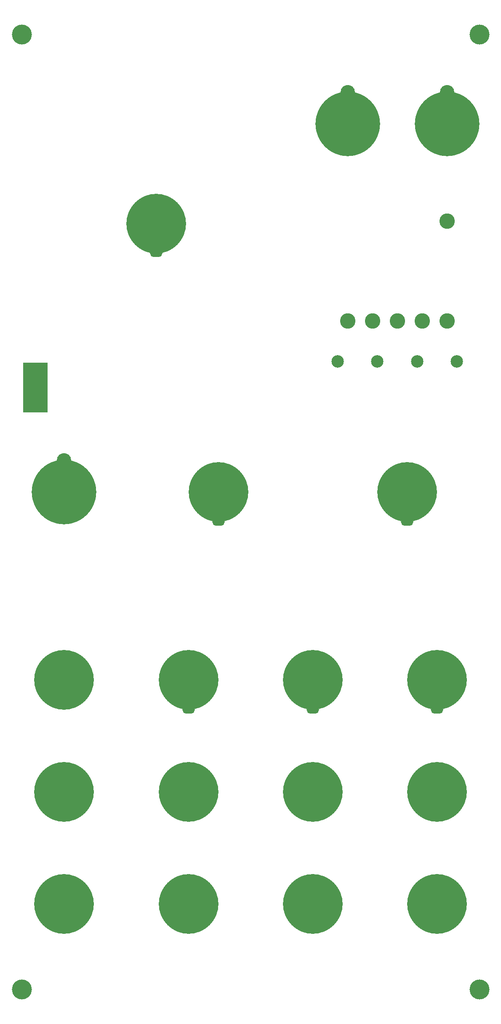
<source format=gbs>
G04 #@! TF.GenerationSoftware,KiCad,Pcbnew,8.0.3*
G04 #@! TF.CreationDate,2024-09-16T17:50:21+02:00*
G04 #@! TF.ProjectId,DMH_VCO_40106_PANEL,444d485f-5643-44f5-9f34-303130365f50,1*
G04 #@! TF.SameCoordinates,Original*
G04 #@! TF.FileFunction,Soldermask,Bot*
G04 #@! TF.FilePolarity,Negative*
%FSLAX46Y46*%
G04 Gerber Fmt 4.6, Leading zero omitted, Abs format (unit mm)*
G04 Created by KiCad (PCBNEW 8.0.3) date 2024-09-16 17:50:21*
%MOMM*%
%LPD*%
G01*
G04 APERTURE LIST*
%ADD10C,12.000000*%
%ADD11O,2.500000X1.500000*%
%ADD12C,0.500000*%
%ADD13C,4.000000*%
%ADD14C,3.100000*%
%ADD15C,2.500000*%
%ADD16C,2.900000*%
%ADD17C,13.000000*%
%ADD18R,5.000000X10.000000*%
G04 APERTURE END LIST*
D10*
X87500000Y-183750000D03*
D11*
X87500000Y-189750000D03*
D10*
X81000000Y-92000000D03*
D11*
X81000000Y-98000000D03*
D12*
X106800000Y-228750000D03*
X108460000Y-224720000D03*
X108470000Y-232790000D03*
X112500000Y-223050000D03*
D10*
X112500000Y-228750000D03*
D12*
X112500000Y-234450000D03*
X116530000Y-232790000D03*
X116540000Y-224720000D03*
X118200000Y-228750000D03*
D13*
X54000000Y-246000000D03*
X146000000Y-54000000D03*
D14*
X124500000Y-111620000D03*
D15*
X141500000Y-119750000D03*
X117500000Y-119750000D03*
X133500000Y-119750000D03*
D12*
X56800000Y-228750000D03*
X58460000Y-224720000D03*
X58470000Y-232790000D03*
X62500000Y-223050000D03*
D10*
X62500000Y-228750000D03*
D12*
X62500000Y-234450000D03*
X66530000Y-232790000D03*
X66540000Y-224720000D03*
X68200000Y-228750000D03*
X131800000Y-206250000D03*
X133460000Y-202220000D03*
X133470000Y-210290000D03*
X137500000Y-200550000D03*
D10*
X137500000Y-206250000D03*
D12*
X137500000Y-211950000D03*
X141530000Y-210290000D03*
X141540000Y-202220000D03*
X143200000Y-206250000D03*
D14*
X139500000Y-91500000D03*
X139500000Y-111620000D03*
D10*
X131500000Y-146000000D03*
D11*
X131500000Y-152000000D03*
D13*
X54000000Y-54000000D03*
D14*
X134500000Y-111620000D03*
X129500000Y-111620000D03*
D10*
X137500000Y-183750000D03*
D11*
X137500000Y-189750000D03*
D16*
X139500000Y-65600000D03*
D17*
X139500000Y-72000000D03*
D13*
X146000000Y-246000000D03*
D16*
X62500000Y-139600000D03*
D17*
X62500000Y-146000000D03*
D12*
X81800000Y-206250000D03*
X83460000Y-202220000D03*
X83470000Y-210290000D03*
X87500000Y-200550000D03*
D10*
X87500000Y-206250000D03*
D12*
X87500000Y-211950000D03*
X91530000Y-210290000D03*
X91540000Y-202220000D03*
X93200000Y-206250000D03*
D15*
X125500000Y-119750000D03*
D10*
X93500000Y-146000000D03*
D11*
X93500000Y-152000000D03*
D14*
X119500000Y-111620000D03*
D12*
X56800000Y-206250000D03*
X58460000Y-202220000D03*
X58470000Y-210290000D03*
X62500000Y-200550000D03*
D10*
X62500000Y-206250000D03*
D12*
X62500000Y-211950000D03*
X66530000Y-210290000D03*
X66540000Y-202220000D03*
X68200000Y-206250000D03*
X106800000Y-206250000D03*
X108460000Y-202220000D03*
X108470000Y-210290000D03*
X112500000Y-200550000D03*
D10*
X112500000Y-206250000D03*
D12*
X112500000Y-211950000D03*
X116530000Y-210290000D03*
X116540000Y-202220000D03*
X118200000Y-206250000D03*
X131800000Y-228750000D03*
X133460000Y-224720000D03*
X133470000Y-232790000D03*
X137500000Y-223050000D03*
D10*
X137500000Y-228750000D03*
D12*
X137500000Y-234450000D03*
X141530000Y-232790000D03*
X141540000Y-224720000D03*
X143200000Y-228750000D03*
X81800000Y-228750000D03*
X83460000Y-224720000D03*
X83470000Y-232790000D03*
X87500000Y-223050000D03*
D10*
X87500000Y-228750000D03*
D12*
X87500000Y-234450000D03*
X91530000Y-232790000D03*
X91540000Y-224720000D03*
X93200000Y-228750000D03*
D16*
X119500000Y-65600000D03*
D17*
X119500000Y-72000000D03*
D10*
X112500000Y-183750000D03*
D11*
X112500000Y-189750000D03*
D12*
X56800000Y-183750000D03*
X58460000Y-179720000D03*
X58470000Y-187790000D03*
X62500000Y-178050000D03*
D10*
X62500000Y-183750000D03*
D12*
X62500000Y-189450000D03*
X66530000Y-187790000D03*
X66540000Y-179720000D03*
X68200000Y-183750000D03*
D18*
X56750000Y-125000000D03*
M02*

</source>
